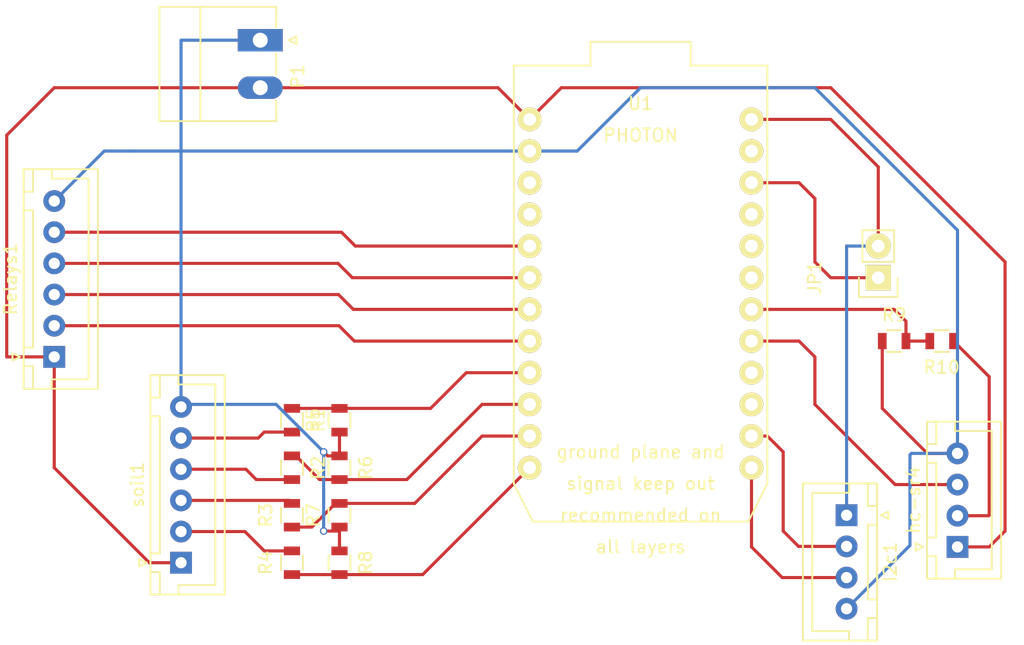
<source format=kicad_pcb>
(kicad_pcb (version 4) (host pcbnew 4.0.2+e4-6225~38~ubuntu14.04.1-stable)

  (general
    (links 39)
    (no_connects 0)
    (area 0 0 0 0)
    (thickness 1.6)
    (drawings 0)
    (tracks 119)
    (zones 0)
    (modules 17)
    (nets 29)
  )

  (page A4)
  (layers
    (0 F.Cu signal)
    (31 B.Cu signal)
    (32 B.Adhes user)
    (33 F.Adhes user)
    (34 B.Paste user)
    (35 F.Paste user)
    (36 B.SilkS user)
    (37 F.SilkS user)
    (38 B.Mask user)
    (39 F.Mask user)
    (40 Dwgs.User user)
    (41 Cmts.User user)
    (42 Eco1.User user)
    (43 Eco2.User user)
    (44 Edge.Cuts user)
    (45 Margin user)
    (46 B.CrtYd user)
    (47 F.CrtYd user)
    (48 B.Fab user)
    (49 F.Fab user)
  )

  (setup
    (last_trace_width 0.25)
    (trace_clearance 0.2)
    (zone_clearance 0.508)
    (zone_45_only yes)
    (trace_min 0.2)
    (segment_width 0.2)
    (edge_width 0.15)
    (via_size 0.6)
    (via_drill 0.4)
    (via_min_size 0.4)
    (via_min_drill 0.3)
    (uvia_size 0.3)
    (uvia_drill 0.1)
    (uvias_allowed no)
    (uvia_min_size 0.2)
    (uvia_min_drill 0.1)
    (pcb_text_width 0.3)
    (pcb_text_size 1.5 1.5)
    (mod_edge_width 0.15)
    (mod_text_size 1 1)
    (mod_text_width 0.15)
    (pad_size 1.524 1.524)
    (pad_drill 0.762)
    (pad_to_mask_clearance 0.2)
    (aux_axis_origin 0 0)
    (visible_elements FFFFFF7F)
    (pcbplotparams
      (layerselection 0x00030_80000001)
      (usegerberextensions false)
      (excludeedgelayer true)
      (linewidth 0.100000)
      (plotframeref false)
      (viasonmask false)
      (mode 1)
      (useauxorigin false)
      (hpglpennumber 1)
      (hpglpenspeed 20)
      (hpglpendiameter 15)
      (hpglpenoverlay 2)
      (psnegative false)
      (psa4output false)
      (plotreference true)
      (plotvalue true)
      (plotinvisibletext false)
      (padsonsilk false)
      (subtractmaskfromsilk false)
      (outputformat 1)
      (mirror false)
      (drillshape 1)
      (scaleselection 1)
      (outputdirectory ""))
  )

  (net 0 "")
  (net 1 +5V)
  (net 2 "Net-(R10-Pad1)")
  (net 3 "Net-(U1-Pad17)")
  (net 4 GND)
  (net 5 +3V3)
  (net 6 "Net-(I2c1-Pad2)")
  (net 7 "Net-(I2c1-Pad3)")
  (net 8 "Net-(JP1-Pad1)")
  (net 9 "Net-(R1-Pad1)")
  (net 10 "Net-(R1-Pad2)")
  (net 11 "Net-(R2-Pad1)")
  (net 12 "Net-(R2-Pad2)")
  (net 13 "Net-(R3-Pad1)")
  (net 14 "Net-(R3-Pad2)")
  (net 15 "Net-(R4-Pad1)")
  (net 16 "Net-(R4-Pad2)")
  (net 17 "Net-(R10-Pad2)")
  (net 18 "Net-(Relays1-Pad2)")
  (net 19 "Net-(Relays1-Pad3)")
  (net 20 "Net-(Relays1-Pad4)")
  (net 21 "Net-(Relays1-Pad5)")
  (net 22 "Net-(U1-Pad3)")
  (net 23 "Net-(U1-Pad4)")
  (net 24 "Net-(U1-Pad20)")
  (net 25 "Net-(U1-Pad19)")
  (net 26 "Net-(U1-Pad16)")
  (net 27 "Net-(U1-Pad15)")
  (net 28 "Net-(U1-Pad23)")

  (net_class Default "This is the default net class."
    (clearance 0.2)
    (trace_width 0.25)
    (via_dia 0.6)
    (via_drill 0.4)
    (uvia_dia 0.3)
    (uvia_drill 0.1)
    (add_net +3V3)
    (add_net +5V)
    (add_net GND)
    (add_net "Net-(I2c1-Pad2)")
    (add_net "Net-(I2c1-Pad3)")
    (add_net "Net-(JP1-Pad1)")
    (add_net "Net-(R1-Pad1)")
    (add_net "Net-(R1-Pad2)")
    (add_net "Net-(R10-Pad1)")
    (add_net "Net-(R10-Pad2)")
    (add_net "Net-(R2-Pad1)")
    (add_net "Net-(R2-Pad2)")
    (add_net "Net-(R3-Pad1)")
    (add_net "Net-(R3-Pad2)")
    (add_net "Net-(R4-Pad1)")
    (add_net "Net-(R4-Pad2)")
    (add_net "Net-(Relays1-Pad2)")
    (add_net "Net-(Relays1-Pad3)")
    (add_net "Net-(Relays1-Pad4)")
    (add_net "Net-(Relays1-Pad5)")
    (add_net "Net-(U1-Pad15)")
    (add_net "Net-(U1-Pad16)")
    (add_net "Net-(U1-Pad17)")
    (add_net "Net-(U1-Pad19)")
    (add_net "Net-(U1-Pad20)")
    (add_net "Net-(U1-Pad23)")
    (add_net "Net-(U1-Pad3)")
    (add_net "Net-(U1-Pad4)")
  )

  (module particle-boards:PHOTON (layer F.Cu) (tedit 560E8B13) (tstamp 579C8DF4)
    (at 121.92 66.04)
    (path /5795A50A)
    (fp_text reference U1 (at 0 -16.51) (layer F.SilkS)
      (effects (font (size 1 1) (thickness 0.15)))
    )
    (fp_text value PHOTON (at 0 -13.97) (layer F.SilkS)
      (effects (font (size 1 1) (thickness 0.15)))
    )
    (fp_text user "all layers" (at 0 19.05) (layer F.SilkS)
      (effects (font (size 1 1) (thickness 0.15)))
    )
    (fp_text user "recommended on" (at 0 16.51) (layer F.SilkS)
      (effects (font (size 1 1) (thickness 0.15)))
    )
    (fp_text user "signal keep out" (at 0 13.97) (layer F.SilkS)
      (effects (font (size 1 1) (thickness 0.15)))
    )
    (fp_text user "ground plane and" (at 0 11.43) (layer F.SilkS)
      (effects (font (size 1 1) (thickness 0.15)))
    )
    (fp_line (start 6.35 21.59) (end 7.62 21.59) (layer Dwgs.User) (width 0.15))
    (fp_line (start 7.62 21.59) (end 7.62 8.89) (layer Dwgs.User) (width 0.15))
    (fp_line (start 7.62 8.89) (end -7.62 8.89) (layer Dwgs.User) (width 0.15))
    (fp_line (start 6.35 21.59) (end -7.62 21.59) (layer Dwgs.User) (width 0.15))
    (fp_line (start -7.62 21.59) (end -7.62 8.89) (layer Dwgs.User) (width 0.15))
    (fp_line (start 10.16 13.97) (end 8.636 17.018) (layer F.SilkS) (width 0.15))
    (fp_line (start -10.16 13.97) (end -8.636 17.018) (layer F.SilkS) (width 0.15))
    (fp_line (start -8.636 17.018) (end 8.636 17.018) (layer F.SilkS) (width 0.15))
    (fp_line (start 10.16 -19.558) (end 10.16 13.97) (layer F.SilkS) (width 0.15))
    (fp_line (start -10.16 -19.558) (end -10.16 13.97) (layer F.SilkS) (width 0.15))
    (fp_line (start 4.0132 -19.558) (end 10.16 -19.558) (layer F.SilkS) (width 0.15))
    (fp_line (start -4.0132 -19.558) (end -10.16 -19.558) (layer F.SilkS) (width 0.15))
    (fp_line (start -4.0132 -21.463) (end -4.0132 -19.558) (layer F.SilkS) (width 0.15))
    (fp_line (start 4.0132 -21.463) (end 4.0132 -19.558) (layer F.SilkS) (width 0.15))
    (fp_line (start -4.0132 -21.463) (end 4.0132 -21.463) (layer F.SilkS) (width 0.15))
    (pad 1 thru_hole circle (at -8.89 -15.24) (size 1.9 1.9) (drill 1.02) (layers *.Cu *.Mask F.SilkS)
      (net 1 +5V))
    (pad 2 thru_hole circle (at -8.89 -12.7) (size 1.9 1.9) (drill 1.02) (layers *.Cu *.Mask F.SilkS)
      (net 4 GND))
    (pad 3 thru_hole circle (at -8.89 -10.16) (size 1.9 1.9) (drill 1.02) (layers *.Cu *.Mask F.SilkS)
      (net 22 "Net-(U1-Pad3)"))
    (pad 4 thru_hole circle (at -8.89 -7.62) (size 1.9 1.9) (drill 1.02) (layers *.Cu *.Mask F.SilkS)
      (net 23 "Net-(U1-Pad4)"))
    (pad 5 thru_hole circle (at -8.89 -5.08) (size 1.9 1.9) (drill 1.02) (layers *.Cu *.Mask F.SilkS)
      (net 21 "Net-(Relays1-Pad5)"))
    (pad 6 thru_hole circle (at -8.89 -2.54) (size 1.9 1.9) (drill 1.02) (layers *.Cu *.Mask F.SilkS)
      (net 20 "Net-(Relays1-Pad4)"))
    (pad 7 thru_hole circle (at -8.89 0) (size 1.9 1.9) (drill 1.02) (layers *.Cu *.Mask F.SilkS)
      (net 19 "Net-(Relays1-Pad3)"))
    (pad 8 thru_hole circle (at -8.89 2.54) (size 1.9 1.9) (drill 1.02) (layers *.Cu *.Mask F.SilkS)
      (net 18 "Net-(Relays1-Pad2)"))
    (pad 9 thru_hole circle (at -8.89 5.08) (size 1.9 1.9) (drill 1.02) (layers *.Cu *.Mask F.SilkS)
      (net 9 "Net-(R1-Pad1)"))
    (pad 10 thru_hole circle (at -8.89 7.62) (size 1.9 1.9) (drill 1.02) (layers *.Cu *.Mask F.SilkS)
      (net 11 "Net-(R2-Pad1)"))
    (pad 11 thru_hole circle (at -8.89 10.16) (size 1.9 1.9) (drill 1.02) (layers *.Cu *.Mask F.SilkS)
      (net 13 "Net-(R3-Pad1)"))
    (pad 12 thru_hole circle (at -8.89 12.7) (size 1.9 1.9) (drill 1.02) (layers *.Cu *.Mask F.SilkS)
      (net 15 "Net-(R4-Pad1)"))
    (pad 24 thru_hole circle (at 8.89 -15.24) (size 1.9 1.9) (drill 1.02) (layers *.Cu *.Mask F.SilkS)
      (net 5 +3V3))
    (pad 23 thru_hole circle (at 8.89 -12.7) (size 1.9 1.9) (drill 1.02) (layers *.Cu *.Mask F.SilkS)
      (net 28 "Net-(U1-Pad23)"))
    (pad 22 thru_hole circle (at 8.89 -10.16) (size 1.9 1.9) (drill 1.02) (layers *.Cu *.Mask F.SilkS)
      (net 8 "Net-(JP1-Pad1)"))
    (pad 21 thru_hole circle (at 8.89 -7.62) (size 1.9 1.9) (drill 1.02) (layers *.Cu *.Mask F.SilkS))
    (pad 20 thru_hole circle (at 8.89 -5.08) (size 1.9 1.9) (drill 1.02) (layers *.Cu *.Mask F.SilkS)
      (net 24 "Net-(U1-Pad20)"))
    (pad 19 thru_hole circle (at 8.89 -2.54) (size 1.9 1.9) (drill 1.02) (layers *.Cu *.Mask F.SilkS)
      (net 25 "Net-(U1-Pad19)"))
    (pad 18 thru_hole circle (at 8.89 0) (size 1.9 1.9) (drill 1.02) (layers *.Cu *.Mask F.SilkS)
      (net 17 "Net-(R10-Pad2)"))
    (pad 17 thru_hole circle (at 8.89 2.54) (size 1.9 1.9) (drill 1.02) (layers *.Cu *.Mask F.SilkS)
      (net 3 "Net-(U1-Pad17)"))
    (pad 16 thru_hole circle (at 8.89 5.08) (size 1.9 1.9) (drill 1.02) (layers *.Cu *.Mask F.SilkS)
      (net 26 "Net-(U1-Pad16)"))
    (pad 15 thru_hole circle (at 8.89 7.62) (size 1.9 1.9) (drill 1.02) (layers *.Cu *.Mask F.SilkS)
      (net 27 "Net-(U1-Pad15)"))
    (pad 14 thru_hole circle (at 8.89 10.16) (size 1.9 1.9) (drill 1.02) (layers *.Cu *.Mask F.SilkS)
      (net 6 "Net-(I2c1-Pad2)"))
    (pad 13 thru_hole circle (at 8.89 12.7) (size 1.9 1.9) (drill 1.02) (layers *.Cu *.Mask F.SilkS)
      (net 7 "Net-(I2c1-Pad3)"))
  )

  (module Connectors_JST:JST_XH_B04B-XH-A_04x2.50mm_Straight (layer F.Cu) (tedit 56F0715A) (tstamp 579C8CB5)
    (at 147.32 85.09 90)
    (descr "JST XH series connector, B04B-XH-A, top entry type, through hole")
    (tags "connector jst xh tht top vertical 2.50mm")
    (path /5795AA6A)
    (fp_text reference hc-sr4 (at 3.75 -3.5 90) (layer F.SilkS)
      (effects (font (size 1 1) (thickness 0.15)))
    )
    (fp_text value CONN_01X04 (at 3.75 4.5 90) (layer F.Fab)
      (effects (font (size 1 1) (thickness 0.15)))
    )
    (fp_line (start -2.95 -2.85) (end -2.95 3.9) (layer F.CrtYd) (width 0.05))
    (fp_line (start -2.95 3.9) (end 10.4 3.9) (layer F.CrtYd) (width 0.05))
    (fp_line (start 10.4 3.9) (end 10.4 -2.85) (layer F.CrtYd) (width 0.05))
    (fp_line (start 10.4 -2.85) (end -2.95 -2.85) (layer F.CrtYd) (width 0.05))
    (fp_line (start -2.55 -2.45) (end -2.55 3.5) (layer F.SilkS) (width 0.15))
    (fp_line (start -2.55 3.5) (end 10.05 3.5) (layer F.SilkS) (width 0.15))
    (fp_line (start 10.05 3.5) (end 10.05 -2.45) (layer F.SilkS) (width 0.15))
    (fp_line (start 10.05 -2.45) (end -2.55 -2.45) (layer F.SilkS) (width 0.15))
    (fp_line (start 0.75 -2.45) (end 0.75 -1.7) (layer F.SilkS) (width 0.15))
    (fp_line (start 0.75 -1.7) (end 6.75 -1.7) (layer F.SilkS) (width 0.15))
    (fp_line (start 6.75 -1.7) (end 6.75 -2.45) (layer F.SilkS) (width 0.15))
    (fp_line (start 6.75 -2.45) (end 0.75 -2.45) (layer F.SilkS) (width 0.15))
    (fp_line (start -2.55 -2.45) (end -2.55 -1.7) (layer F.SilkS) (width 0.15))
    (fp_line (start -2.55 -1.7) (end -0.75 -1.7) (layer F.SilkS) (width 0.15))
    (fp_line (start -0.75 -1.7) (end -0.75 -2.45) (layer F.SilkS) (width 0.15))
    (fp_line (start -0.75 -2.45) (end -2.55 -2.45) (layer F.SilkS) (width 0.15))
    (fp_line (start 8.25 -2.45) (end 8.25 -1.7) (layer F.SilkS) (width 0.15))
    (fp_line (start 8.25 -1.7) (end 10.05 -1.7) (layer F.SilkS) (width 0.15))
    (fp_line (start 10.05 -1.7) (end 10.05 -2.45) (layer F.SilkS) (width 0.15))
    (fp_line (start 10.05 -2.45) (end 8.25 -2.45) (layer F.SilkS) (width 0.15))
    (fp_line (start -2.55 -0.2) (end -1.8 -0.2) (layer F.SilkS) (width 0.15))
    (fp_line (start -1.8 -0.2) (end -1.8 2.75) (layer F.SilkS) (width 0.15))
    (fp_line (start -1.8 2.75) (end 3.75 2.75) (layer F.SilkS) (width 0.15))
    (fp_line (start 10.05 -0.2) (end 9.3 -0.2) (layer F.SilkS) (width 0.15))
    (fp_line (start 9.3 -0.2) (end 9.3 2.75) (layer F.SilkS) (width 0.15))
    (fp_line (start 9.3 2.75) (end 3.75 2.75) (layer F.SilkS) (width 0.15))
    (fp_line (start 0 -2.75) (end -0.3 -3.35) (layer F.SilkS) (width 0.15))
    (fp_line (start -0.3 -3.35) (end 0.3 -3.35) (layer F.SilkS) (width 0.15))
    (fp_line (start 0.3 -3.35) (end 0 -2.75) (layer F.SilkS) (width 0.15))
    (pad 1 thru_hole rect (at 0 0 90) (size 1.75 1.75) (drill 0.9) (layers *.Cu *.Mask)
      (net 1 +5V))
    (pad 2 thru_hole circle (at 2.5 0 90) (size 1.75 1.75) (drill 0.9) (layers *.Cu *.Mask)
      (net 2 "Net-(R10-Pad1)"))
    (pad 3 thru_hole circle (at 5 0 90) (size 1.75 1.75) (drill 0.9) (layers *.Cu *.Mask)
      (net 3 "Net-(U1-Pad17)"))
    (pad 4 thru_hole circle (at 7.5 0 90) (size 1.75 1.75) (drill 0.9) (layers *.Cu *.Mask)
      (net 4 GND))
    (model Connectors_JST.3dshapes/JST_XH_B04B-XH-A_04x2.50mm_Straight.wrl
      (at (xyz 0 0 0))
      (scale (xyz 1 1 1))
      (rotate (xyz 0 0 0))
    )
  )

  (module Connectors_JST:JST_XH_B04B-XH-A_04x2.50mm_Straight (layer F.Cu) (tedit 56F0715A) (tstamp 579C8CDA)
    (at 138.43 82.55 270)
    (descr "JST XH series connector, B04B-XH-A, top entry type, through hole")
    (tags "connector jst xh tht top vertical 2.50mm")
    (path /5795AAED)
    (fp_text reference I2c1 (at 3.75 -3.5 270) (layer F.SilkS)
      (effects (font (size 1 1) (thickness 0.15)))
    )
    (fp_text value CONN_01X04 (at 3.75 4.5 270) (layer F.Fab)
      (effects (font (size 1 1) (thickness 0.15)))
    )
    (fp_line (start -2.95 -2.85) (end -2.95 3.9) (layer F.CrtYd) (width 0.05))
    (fp_line (start -2.95 3.9) (end 10.4 3.9) (layer F.CrtYd) (width 0.05))
    (fp_line (start 10.4 3.9) (end 10.4 -2.85) (layer F.CrtYd) (width 0.05))
    (fp_line (start 10.4 -2.85) (end -2.95 -2.85) (layer F.CrtYd) (width 0.05))
    (fp_line (start -2.55 -2.45) (end -2.55 3.5) (layer F.SilkS) (width 0.15))
    (fp_line (start -2.55 3.5) (end 10.05 3.5) (layer F.SilkS) (width 0.15))
    (fp_line (start 10.05 3.5) (end 10.05 -2.45) (layer F.SilkS) (width 0.15))
    (fp_line (start 10.05 -2.45) (end -2.55 -2.45) (layer F.SilkS) (width 0.15))
    (fp_line (start 0.75 -2.45) (end 0.75 -1.7) (layer F.SilkS) (width 0.15))
    (fp_line (start 0.75 -1.7) (end 6.75 -1.7) (layer F.SilkS) (width 0.15))
    (fp_line (start 6.75 -1.7) (end 6.75 -2.45) (layer F.SilkS) (width 0.15))
    (fp_line (start 6.75 -2.45) (end 0.75 -2.45) (layer F.SilkS) (width 0.15))
    (fp_line (start -2.55 -2.45) (end -2.55 -1.7) (layer F.SilkS) (width 0.15))
    (fp_line (start -2.55 -1.7) (end -0.75 -1.7) (layer F.SilkS) (width 0.15))
    (fp_line (start -0.75 -1.7) (end -0.75 -2.45) (layer F.SilkS) (width 0.15))
    (fp_line (start -0.75 -2.45) (end -2.55 -2.45) (layer F.SilkS) (width 0.15))
    (fp_line (start 8.25 -2.45) (end 8.25 -1.7) (layer F.SilkS) (width 0.15))
    (fp_line (start 8.25 -1.7) (end 10.05 -1.7) (layer F.SilkS) (width 0.15))
    (fp_line (start 10.05 -1.7) (end 10.05 -2.45) (layer F.SilkS) (width 0.15))
    (fp_line (start 10.05 -2.45) (end 8.25 -2.45) (layer F.SilkS) (width 0.15))
    (fp_line (start -2.55 -0.2) (end -1.8 -0.2) (layer F.SilkS) (width 0.15))
    (fp_line (start -1.8 -0.2) (end -1.8 2.75) (layer F.SilkS) (width 0.15))
    (fp_line (start -1.8 2.75) (end 3.75 2.75) (layer F.SilkS) (width 0.15))
    (fp_line (start 10.05 -0.2) (end 9.3 -0.2) (layer F.SilkS) (width 0.15))
    (fp_line (start 9.3 -0.2) (end 9.3 2.75) (layer F.SilkS) (width 0.15))
    (fp_line (start 9.3 2.75) (end 3.75 2.75) (layer F.SilkS) (width 0.15))
    (fp_line (start 0 -2.75) (end -0.3 -3.35) (layer F.SilkS) (width 0.15))
    (fp_line (start -0.3 -3.35) (end 0.3 -3.35) (layer F.SilkS) (width 0.15))
    (fp_line (start 0.3 -3.35) (end 0 -2.75) (layer F.SilkS) (width 0.15))
    (pad 1 thru_hole rect (at 0 0 270) (size 1.75 1.75) (drill 0.9) (layers *.Cu *.Mask)
      (net 5 +3V3))
    (pad 2 thru_hole circle (at 2.5 0 270) (size 1.75 1.75) (drill 0.9) (layers *.Cu *.Mask)
      (net 6 "Net-(I2c1-Pad2)"))
    (pad 3 thru_hole circle (at 5 0 270) (size 1.75 1.75) (drill 0.9) (layers *.Cu *.Mask)
      (net 7 "Net-(I2c1-Pad3)"))
    (pad 4 thru_hole circle (at 7.5 0 270) (size 1.75 1.75) (drill 0.9) (layers *.Cu *.Mask)
      (net 4 GND))
    (model Connectors_JST.3dshapes/JST_XH_B04B-XH-A_04x2.50mm_Straight.wrl
      (at (xyz 0 0 0))
      (scale (xyz 1 1 1))
      (rotate (xyz 0 0 0))
    )
  )

  (module Socket_Strips:Socket_Strip_Straight_1x02 (layer F.Cu) (tedit 54E9F75E) (tstamp 579C8CEB)
    (at 140.97 63.5 90)
    (descr "Through hole socket strip")
    (tags "socket strip")
    (path /5795B340)
    (fp_text reference JP1 (at 0 -5.1 90) (layer F.SilkS)
      (effects (font (size 1 1) (thickness 0.15)))
    )
    (fp_text value CONN_01X02 (at 0 -3.1 90) (layer F.Fab)
      (effects (font (size 1 1) (thickness 0.15)))
    )
    (fp_line (start -1.55 1.55) (end 0 1.55) (layer F.SilkS) (width 0.15))
    (fp_line (start 3.81 1.27) (end 1.27 1.27) (layer F.SilkS) (width 0.15))
    (fp_line (start -1.75 -1.75) (end -1.75 1.75) (layer F.CrtYd) (width 0.05))
    (fp_line (start 4.3 -1.75) (end 4.3 1.75) (layer F.CrtYd) (width 0.05))
    (fp_line (start -1.75 -1.75) (end 4.3 -1.75) (layer F.CrtYd) (width 0.05))
    (fp_line (start -1.75 1.75) (end 4.3 1.75) (layer F.CrtYd) (width 0.05))
    (fp_line (start 1.27 1.27) (end 1.27 -1.27) (layer F.SilkS) (width 0.15))
    (fp_line (start 0 -1.55) (end -1.55 -1.55) (layer F.SilkS) (width 0.15))
    (fp_line (start -1.55 -1.55) (end -1.55 1.55) (layer F.SilkS) (width 0.15))
    (fp_line (start 1.27 -1.27) (end 3.81 -1.27) (layer F.SilkS) (width 0.15))
    (fp_line (start 3.81 -1.27) (end 3.81 1.27) (layer F.SilkS) (width 0.15))
    (pad 1 thru_hole rect (at 0 0 90) (size 2.032 2.032) (drill 1.016) (layers *.Cu *.Mask F.SilkS)
      (net 8 "Net-(JP1-Pad1)"))
    (pad 2 thru_hole oval (at 2.54 0 90) (size 2.032 2.032) (drill 1.016) (layers *.Cu *.Mask F.SilkS)
      (net 5 +3V3))
    (model Socket_Strips.3dshapes/Socket_Strip_Straight_1x02.wrl
      (at (xyz 0.05 0 0))
      (scale (xyz 1 1 1))
      (rotate (xyz 0 0 180))
    )
  )

  (module Connectors_Phoenix:PhoenixContact_MC-G_02x3.81mm_Angled (layer F.Cu) (tedit 578DFF15) (tstamp 579C8CFF)
    (at 91.44 44.45 270)
    (descr "Generic Phoenix Contact connector footprint for series: MC-G; number of pins: 02; pin pitch: 3.81mm; Angled || order number: 1803277 8A 160V")
    (tags "phoenix_contact MC_01x02_G_3.81mm")
    (path /5795CD95)
    (fp_text reference P1 (at 2.905 -3 270) (layer F.SilkS)
      (effects (font (size 1 1) (thickness 0.15)))
    )
    (fp_text value CONN_01X02 (at 1.905 9.5 270) (layer F.Fab)
      (effects (font (size 1 1) (thickness 0.15)))
    )
    (fp_line (start -2.68 -1.28) (end -2.68 8.08) (layer F.SilkS) (width 0.15))
    (fp_line (start -2.68 8.08) (end 6.49 8.08) (layer F.SilkS) (width 0.15))
    (fp_line (start 6.49 8.08) (end 6.49 -1.28) (layer F.SilkS) (width 0.15))
    (fp_line (start -2.68 -1.28) (end -1.05 -1.28) (layer F.SilkS) (width 0.15))
    (fp_line (start 6.49 -1.28) (end 4.86 -1.28) (layer F.SilkS) (width 0.15))
    (fp_line (start 1.05 -1.28) (end 2.76 -1.28) (layer F.SilkS) (width 0.15))
    (fp_line (start -2.68 4.8) (end 6.49 4.8) (layer F.SilkS) (width 0.15))
    (fp_line (start -3.2 -2.3) (end -3.2 8.5) (layer F.CrtYd) (width 0.05))
    (fp_line (start -3.2 8.5) (end 6.9 8.5) (layer F.CrtYd) (width 0.05))
    (fp_line (start 6.9 8.5) (end 6.9 -2.3) (layer F.CrtYd) (width 0.05))
    (fp_line (start 6.9 -2.3) (end -3.2 -2.3) (layer F.CrtYd) (width 0.05))
    (fp_line (start 0 -2.3) (end 0.3 -2.9) (layer F.SilkS) (width 0.15))
    (fp_line (start 0.3 -2.9) (end -0.3 -2.9) (layer F.SilkS) (width 0.15))
    (fp_line (start -0.3 -2.9) (end 0 -2.3) (layer F.SilkS) (width 0.15))
    (pad 1 thru_hole rect (at 0 0 270) (size 1.8 3.6) (drill 1.2) (layers *.Cu *.Mask)
      (net 4 GND))
    (pad 2 thru_hole oval (at 3.81 0 270) (size 1.8 3.6) (drill 1.2) (layers *.Cu *.Mask)
      (net 1 +5V))
    (model Connectors_Phoenix.3dshapes/PhoenixContact_MC-G_02x3.81mm_Angled.wrl
      (at (xyz 0 0 0))
      (scale (xyz 1 1 1))
      (rotate (xyz 0 0 0))
    )
  )

  (module Resistors_SMD:R_0805 (layer F.Cu) (tedit 5415CDEB) (tstamp 579C8D0B)
    (at 93.98 74.93 270)
    (descr "Resistor SMD 0805, reflow soldering, Vishay (see dcrcw.pdf)")
    (tags "resistor 0805")
    (path /5795B928)
    (attr smd)
    (fp_text reference R1 (at 0 -2.1 270) (layer F.SilkS)
      (effects (font (size 1 1) (thickness 0.15)))
    )
    (fp_text value R (at 0 2.1 270) (layer F.Fab)
      (effects (font (size 1 1) (thickness 0.15)))
    )
    (fp_line (start -1.6 -1) (end 1.6 -1) (layer F.CrtYd) (width 0.05))
    (fp_line (start -1.6 1) (end 1.6 1) (layer F.CrtYd) (width 0.05))
    (fp_line (start -1.6 -1) (end -1.6 1) (layer F.CrtYd) (width 0.05))
    (fp_line (start 1.6 -1) (end 1.6 1) (layer F.CrtYd) (width 0.05))
    (fp_line (start 0.6 0.875) (end -0.6 0.875) (layer F.SilkS) (width 0.15))
    (fp_line (start -0.6 -0.875) (end 0.6 -0.875) (layer F.SilkS) (width 0.15))
    (pad 1 smd rect (at -0.95 0 270) (size 0.7 1.3) (layers F.Cu F.Paste F.Mask)
      (net 9 "Net-(R1-Pad1)"))
    (pad 2 smd rect (at 0.95 0 270) (size 0.7 1.3) (layers F.Cu F.Paste F.Mask)
      (net 10 "Net-(R1-Pad2)"))
    (model Resistors_SMD.3dshapes/R_0805.wrl
      (at (xyz 0 0 0))
      (scale (xyz 1 1 1))
      (rotate (xyz 0 0 0))
    )
  )

  (module Resistors_SMD:R_0805 (layer F.Cu) (tedit 5415CDEB) (tstamp 579C8D17)
    (at 93.98 78.74 270)
    (descr "Resistor SMD 0805, reflow soldering, Vishay (see dcrcw.pdf)")
    (tags "resistor 0805")
    (path /5795B8FD)
    (attr smd)
    (fp_text reference R2 (at 0 -2.1 270) (layer F.SilkS)
      (effects (font (size 1 1) (thickness 0.15)))
    )
    (fp_text value R (at 0 2.1 270) (layer F.Fab)
      (effects (font (size 1 1) (thickness 0.15)))
    )
    (fp_line (start -1.6 -1) (end 1.6 -1) (layer F.CrtYd) (width 0.05))
    (fp_line (start -1.6 1) (end 1.6 1) (layer F.CrtYd) (width 0.05))
    (fp_line (start -1.6 -1) (end -1.6 1) (layer F.CrtYd) (width 0.05))
    (fp_line (start 1.6 -1) (end 1.6 1) (layer F.CrtYd) (width 0.05))
    (fp_line (start 0.6 0.875) (end -0.6 0.875) (layer F.SilkS) (width 0.15))
    (fp_line (start -0.6 -0.875) (end 0.6 -0.875) (layer F.SilkS) (width 0.15))
    (pad 1 smd rect (at -0.95 0 270) (size 0.7 1.3) (layers F.Cu F.Paste F.Mask)
      (net 11 "Net-(R2-Pad1)"))
    (pad 2 smd rect (at 0.95 0 270) (size 0.7 1.3) (layers F.Cu F.Paste F.Mask)
      (net 12 "Net-(R2-Pad2)"))
    (model Resistors_SMD.3dshapes/R_0805.wrl
      (at (xyz 0 0 0))
      (scale (xyz 1 1 1))
      (rotate (xyz 0 0 0))
    )
  )

  (module Resistors_SMD:R_0805 (layer F.Cu) (tedit 5415CDEB) (tstamp 579C8D23)
    (at 93.98 82.55 90)
    (descr "Resistor SMD 0805, reflow soldering, Vishay (see dcrcw.pdf)")
    (tags "resistor 0805")
    (path /5795B6F3)
    (attr smd)
    (fp_text reference R3 (at 0 -2.1 90) (layer F.SilkS)
      (effects (font (size 1 1) (thickness 0.15)))
    )
    (fp_text value R (at 0 2.1 90) (layer F.Fab)
      (effects (font (size 1 1) (thickness 0.15)))
    )
    (fp_line (start -1.6 -1) (end 1.6 -1) (layer F.CrtYd) (width 0.05))
    (fp_line (start -1.6 1) (end 1.6 1) (layer F.CrtYd) (width 0.05))
    (fp_line (start -1.6 -1) (end -1.6 1) (layer F.CrtYd) (width 0.05))
    (fp_line (start 1.6 -1) (end 1.6 1) (layer F.CrtYd) (width 0.05))
    (fp_line (start 0.6 0.875) (end -0.6 0.875) (layer F.SilkS) (width 0.15))
    (fp_line (start -0.6 -0.875) (end 0.6 -0.875) (layer F.SilkS) (width 0.15))
    (pad 1 smd rect (at -0.95 0 90) (size 0.7 1.3) (layers F.Cu F.Paste F.Mask)
      (net 13 "Net-(R3-Pad1)"))
    (pad 2 smd rect (at 0.95 0 90) (size 0.7 1.3) (layers F.Cu F.Paste F.Mask)
      (net 14 "Net-(R3-Pad2)"))
    (model Resistors_SMD.3dshapes/R_0805.wrl
      (at (xyz 0 0 0))
      (scale (xyz 1 1 1))
      (rotate (xyz 0 0 0))
    )
  )

  (module Resistors_SMD:R_0805 (layer F.Cu) (tedit 5415CDEB) (tstamp 579C8D2F)
    (at 93.98 86.36 90)
    (descr "Resistor SMD 0805, reflow soldering, Vishay (see dcrcw.pdf)")
    (tags "resistor 0805")
    (path /5795B975)
    (attr smd)
    (fp_text reference R4 (at 0 -2.1 90) (layer F.SilkS)
      (effects (font (size 1 1) (thickness 0.15)))
    )
    (fp_text value R (at 0 2.1 90) (layer F.Fab)
      (effects (font (size 1 1) (thickness 0.15)))
    )
    (fp_line (start -1.6 -1) (end 1.6 -1) (layer F.CrtYd) (width 0.05))
    (fp_line (start -1.6 1) (end 1.6 1) (layer F.CrtYd) (width 0.05))
    (fp_line (start -1.6 -1) (end -1.6 1) (layer F.CrtYd) (width 0.05))
    (fp_line (start 1.6 -1) (end 1.6 1) (layer F.CrtYd) (width 0.05))
    (fp_line (start 0.6 0.875) (end -0.6 0.875) (layer F.SilkS) (width 0.15))
    (fp_line (start -0.6 -0.875) (end 0.6 -0.875) (layer F.SilkS) (width 0.15))
    (pad 1 smd rect (at -0.95 0 90) (size 0.7 1.3) (layers F.Cu F.Paste F.Mask)
      (net 15 "Net-(R4-Pad1)"))
    (pad 2 smd rect (at 0.95 0 90) (size 0.7 1.3) (layers F.Cu F.Paste F.Mask)
      (net 16 "Net-(R4-Pad2)"))
    (model Resistors_SMD.3dshapes/R_0805.wrl
      (at (xyz 0 0 0))
      (scale (xyz 1 1 1))
      (rotate (xyz 0 0 0))
    )
  )

  (module Resistors_SMD:R_0805 (layer F.Cu) (tedit 5415CDEB) (tstamp 579C8D3B)
    (at 97.79 74.93 90)
    (descr "Resistor SMD 0805, reflow soldering, Vishay (see dcrcw.pdf)")
    (tags "resistor 0805")
    (path /5795BA4C)
    (attr smd)
    (fp_text reference R5 (at 0 -2.1 90) (layer F.SilkS)
      (effects (font (size 1 1) (thickness 0.15)))
    )
    (fp_text value R (at 0 2.1 90) (layer F.Fab)
      (effects (font (size 1 1) (thickness 0.15)))
    )
    (fp_line (start -1.6 -1) (end 1.6 -1) (layer F.CrtYd) (width 0.05))
    (fp_line (start -1.6 1) (end 1.6 1) (layer F.CrtYd) (width 0.05))
    (fp_line (start -1.6 -1) (end -1.6 1) (layer F.CrtYd) (width 0.05))
    (fp_line (start 1.6 -1) (end 1.6 1) (layer F.CrtYd) (width 0.05))
    (fp_line (start 0.6 0.875) (end -0.6 0.875) (layer F.SilkS) (width 0.15))
    (fp_line (start -0.6 -0.875) (end 0.6 -0.875) (layer F.SilkS) (width 0.15))
    (pad 1 smd rect (at -0.95 0 90) (size 0.7 1.3) (layers F.Cu F.Paste F.Mask)
      (net 4 GND))
    (pad 2 smd rect (at 0.95 0 90) (size 0.7 1.3) (layers F.Cu F.Paste F.Mask)
      (net 9 "Net-(R1-Pad1)"))
    (model Resistors_SMD.3dshapes/R_0805.wrl
      (at (xyz 0 0 0))
      (scale (xyz 1 1 1))
      (rotate (xyz 0 0 0))
    )
  )

  (module Resistors_SMD:R_0805 (layer F.Cu) (tedit 5415CDEB) (tstamp 579C8D47)
    (at 97.79 78.74 270)
    (descr "Resistor SMD 0805, reflow soldering, Vishay (see dcrcw.pdf)")
    (tags "resistor 0805")
    (path /5795BAB5)
    (attr smd)
    (fp_text reference R6 (at 0 -2.1 270) (layer F.SilkS)
      (effects (font (size 1 1) (thickness 0.15)))
    )
    (fp_text value R (at 0 2.1 270) (layer F.Fab)
      (effects (font (size 1 1) (thickness 0.15)))
    )
    (fp_line (start -1.6 -1) (end 1.6 -1) (layer F.CrtYd) (width 0.05))
    (fp_line (start -1.6 1) (end 1.6 1) (layer F.CrtYd) (width 0.05))
    (fp_line (start -1.6 -1) (end -1.6 1) (layer F.CrtYd) (width 0.05))
    (fp_line (start 1.6 -1) (end 1.6 1) (layer F.CrtYd) (width 0.05))
    (fp_line (start 0.6 0.875) (end -0.6 0.875) (layer F.SilkS) (width 0.15))
    (fp_line (start -0.6 -0.875) (end 0.6 -0.875) (layer F.SilkS) (width 0.15))
    (pad 1 smd rect (at -0.95 0 270) (size 0.7 1.3) (layers F.Cu F.Paste F.Mask)
      (net 4 GND))
    (pad 2 smd rect (at 0.95 0 270) (size 0.7 1.3) (layers F.Cu F.Paste F.Mask)
      (net 11 "Net-(R2-Pad1)"))
    (model Resistors_SMD.3dshapes/R_0805.wrl
      (at (xyz 0 0 0))
      (scale (xyz 1 1 1))
      (rotate (xyz 0 0 0))
    )
  )

  (module Resistors_SMD:R_0805 (layer F.Cu) (tedit 5415CDEB) (tstamp 579C8D53)
    (at 97.79 82.55 90)
    (descr "Resistor SMD 0805, reflow soldering, Vishay (see dcrcw.pdf)")
    (tags "resistor 0805")
    (path /5795BA13)
    (attr smd)
    (fp_text reference R7 (at 0 -2.1 90) (layer F.SilkS)
      (effects (font (size 1 1) (thickness 0.15)))
    )
    (fp_text value R (at 0 2.1 90) (layer F.Fab)
      (effects (font (size 1 1) (thickness 0.15)))
    )
    (fp_line (start -1.6 -1) (end 1.6 -1) (layer F.CrtYd) (width 0.05))
    (fp_line (start -1.6 1) (end 1.6 1) (layer F.CrtYd) (width 0.05))
    (fp_line (start -1.6 -1) (end -1.6 1) (layer F.CrtYd) (width 0.05))
    (fp_line (start 1.6 -1) (end 1.6 1) (layer F.CrtYd) (width 0.05))
    (fp_line (start 0.6 0.875) (end -0.6 0.875) (layer F.SilkS) (width 0.15))
    (fp_line (start -0.6 -0.875) (end 0.6 -0.875) (layer F.SilkS) (width 0.15))
    (pad 1 smd rect (at -0.95 0 90) (size 0.7 1.3) (layers F.Cu F.Paste F.Mask)
      (net 4 GND))
    (pad 2 smd rect (at 0.95 0 90) (size 0.7 1.3) (layers F.Cu F.Paste F.Mask)
      (net 13 "Net-(R3-Pad1)"))
    (model Resistors_SMD.3dshapes/R_0805.wrl
      (at (xyz 0 0 0))
      (scale (xyz 1 1 1))
      (rotate (xyz 0 0 0))
    )
  )

  (module Resistors_SMD:R_0805 (layer F.Cu) (tedit 5415CDEB) (tstamp 579C8D5F)
    (at 97.79 86.36 270)
    (descr "Resistor SMD 0805, reflow soldering, Vishay (see dcrcw.pdf)")
    (tags "resistor 0805")
    (path /5795B9C2)
    (attr smd)
    (fp_text reference R8 (at 0 -2.1 270) (layer F.SilkS)
      (effects (font (size 1 1) (thickness 0.15)))
    )
    (fp_text value R (at 0 2.1 270) (layer F.Fab)
      (effects (font (size 1 1) (thickness 0.15)))
    )
    (fp_line (start -1.6 -1) (end 1.6 -1) (layer F.CrtYd) (width 0.05))
    (fp_line (start -1.6 1) (end 1.6 1) (layer F.CrtYd) (width 0.05))
    (fp_line (start -1.6 -1) (end -1.6 1) (layer F.CrtYd) (width 0.05))
    (fp_line (start 1.6 -1) (end 1.6 1) (layer F.CrtYd) (width 0.05))
    (fp_line (start 0.6 0.875) (end -0.6 0.875) (layer F.SilkS) (width 0.15))
    (fp_line (start -0.6 -0.875) (end 0.6 -0.875) (layer F.SilkS) (width 0.15))
    (pad 1 smd rect (at -0.95 0 270) (size 0.7 1.3) (layers F.Cu F.Paste F.Mask)
      (net 4 GND))
    (pad 2 smd rect (at 0.95 0 270) (size 0.7 1.3) (layers F.Cu F.Paste F.Mask)
      (net 15 "Net-(R4-Pad1)"))
    (model Resistors_SMD.3dshapes/R_0805.wrl
      (at (xyz 0 0 0))
      (scale (xyz 1 1 1))
      (rotate (xyz 0 0 0))
    )
  )

  (module Resistors_SMD:R_0805 (layer F.Cu) (tedit 5415CDEB) (tstamp 579C8D6B)
    (at 142.24 68.58)
    (descr "Resistor SMD 0805, reflow soldering, Vishay (see dcrcw.pdf)")
    (tags "resistor 0805")
    (path /5795C81D)
    (attr smd)
    (fp_text reference R9 (at 0 -2.1) (layer F.SilkS)
      (effects (font (size 1 1) (thickness 0.15)))
    )
    (fp_text value R (at 0 2.1) (layer F.Fab)
      (effects (font (size 1 1) (thickness 0.15)))
    )
    (fp_line (start -1.6 -1) (end 1.6 -1) (layer F.CrtYd) (width 0.05))
    (fp_line (start -1.6 1) (end 1.6 1) (layer F.CrtYd) (width 0.05))
    (fp_line (start -1.6 -1) (end -1.6 1) (layer F.CrtYd) (width 0.05))
    (fp_line (start 1.6 -1) (end 1.6 1) (layer F.CrtYd) (width 0.05))
    (fp_line (start 0.6 0.875) (end -0.6 0.875) (layer F.SilkS) (width 0.15))
    (fp_line (start -0.6 -0.875) (end 0.6 -0.875) (layer F.SilkS) (width 0.15))
    (pad 1 smd rect (at -0.95 0) (size 0.7 1.3) (layers F.Cu F.Paste F.Mask)
      (net 4 GND))
    (pad 2 smd rect (at 0.95 0) (size 0.7 1.3) (layers F.Cu F.Paste F.Mask)
      (net 17 "Net-(R10-Pad2)"))
    (model Resistors_SMD.3dshapes/R_0805.wrl
      (at (xyz 0 0 0))
      (scale (xyz 1 1 1))
      (rotate (xyz 0 0 0))
    )
  )

  (module Resistors_SMD:R_0805 (layer F.Cu) (tedit 5415CDEB) (tstamp 579C8D77)
    (at 146.05 68.58 180)
    (descr "Resistor SMD 0805, reflow soldering, Vishay (see dcrcw.pdf)")
    (tags "resistor 0805")
    (path /5795C8B4)
    (attr smd)
    (fp_text reference R10 (at 0 -2.1 180) (layer F.SilkS)
      (effects (font (size 1 1) (thickness 0.15)))
    )
    (fp_text value R (at 0 2.1 180) (layer F.Fab)
      (effects (font (size 1 1) (thickness 0.15)))
    )
    (fp_line (start -1.6 -1) (end 1.6 -1) (layer F.CrtYd) (width 0.05))
    (fp_line (start -1.6 1) (end 1.6 1) (layer F.CrtYd) (width 0.05))
    (fp_line (start -1.6 -1) (end -1.6 1) (layer F.CrtYd) (width 0.05))
    (fp_line (start 1.6 -1) (end 1.6 1) (layer F.CrtYd) (width 0.05))
    (fp_line (start 0.6 0.875) (end -0.6 0.875) (layer F.SilkS) (width 0.15))
    (fp_line (start -0.6 -0.875) (end 0.6 -0.875) (layer F.SilkS) (width 0.15))
    (pad 1 smd rect (at -0.95 0 180) (size 0.7 1.3) (layers F.Cu F.Paste F.Mask)
      (net 2 "Net-(R10-Pad1)"))
    (pad 2 smd rect (at 0.95 0 180) (size 0.7 1.3) (layers F.Cu F.Paste F.Mask)
      (net 17 "Net-(R10-Pad2)"))
    (model Resistors_SMD.3dshapes/R_0805.wrl
      (at (xyz 0 0 0))
      (scale (xyz 1 1 1))
      (rotate (xyz 0 0 0))
    )
  )

  (module Connectors_JST:JST_XH_B06B-XH-A_06x2.50mm_Straight (layer F.Cu) (tedit 56F0715A) (tstamp 579C8D9E)
    (at 74.93 69.85 90)
    (descr "JST XH series connector, B06B-XH-A, top entry type, through hole")
    (tags "connector jst xh tht top vertical 2.50mm")
    (path /5795A8D6)
    (fp_text reference Relays1 (at 6.25 -3.5 90) (layer F.SilkS)
      (effects (font (size 1 1) (thickness 0.15)))
    )
    (fp_text value CONN_01X06 (at 6.25 4.5 90) (layer F.Fab)
      (effects (font (size 1 1) (thickness 0.15)))
    )
    (fp_line (start -2.95 -2.85) (end -2.95 3.9) (layer F.CrtYd) (width 0.05))
    (fp_line (start -2.95 3.9) (end 15.4 3.9) (layer F.CrtYd) (width 0.05))
    (fp_line (start 15.4 3.9) (end 15.4 -2.85) (layer F.CrtYd) (width 0.05))
    (fp_line (start 15.4 -2.85) (end -2.95 -2.85) (layer F.CrtYd) (width 0.05))
    (fp_line (start -2.55 -2.45) (end -2.55 3.5) (layer F.SilkS) (width 0.15))
    (fp_line (start -2.55 3.5) (end 15.05 3.5) (layer F.SilkS) (width 0.15))
    (fp_line (start 15.05 3.5) (end 15.05 -2.45) (layer F.SilkS) (width 0.15))
    (fp_line (start 15.05 -2.45) (end -2.55 -2.45) (layer F.SilkS) (width 0.15))
    (fp_line (start 0.75 -2.45) (end 0.75 -1.7) (layer F.SilkS) (width 0.15))
    (fp_line (start 0.75 -1.7) (end 11.75 -1.7) (layer F.SilkS) (width 0.15))
    (fp_line (start 11.75 -1.7) (end 11.75 -2.45) (layer F.SilkS) (width 0.15))
    (fp_line (start 11.75 -2.45) (end 0.75 -2.45) (layer F.SilkS) (width 0.15))
    (fp_line (start -2.55 -2.45) (end -2.55 -1.7) (layer F.SilkS) (width 0.15))
    (fp_line (start -2.55 -1.7) (end -0.75 -1.7) (layer F.SilkS) (width 0.15))
    (fp_line (start -0.75 -1.7) (end -0.75 -2.45) (layer F.SilkS) (width 0.15))
    (fp_line (start -0.75 -2.45) (end -2.55 -2.45) (layer F.SilkS) (width 0.15))
    (fp_line (start 13.25 -2.45) (end 13.25 -1.7) (layer F.SilkS) (width 0.15))
    (fp_line (start 13.25 -1.7) (end 15.05 -1.7) (layer F.SilkS) (width 0.15))
    (fp_line (start 15.05 -1.7) (end 15.05 -2.45) (layer F.SilkS) (width 0.15))
    (fp_line (start 15.05 -2.45) (end 13.25 -2.45) (layer F.SilkS) (width 0.15))
    (fp_line (start -2.55 -0.2) (end -1.8 -0.2) (layer F.SilkS) (width 0.15))
    (fp_line (start -1.8 -0.2) (end -1.8 2.75) (layer F.SilkS) (width 0.15))
    (fp_line (start -1.8 2.75) (end 6.25 2.75) (layer F.SilkS) (width 0.15))
    (fp_line (start 15.05 -0.2) (end 14.3 -0.2) (layer F.SilkS) (width 0.15))
    (fp_line (start 14.3 -0.2) (end 14.3 2.75) (layer F.SilkS) (width 0.15))
    (fp_line (start 14.3 2.75) (end 6.25 2.75) (layer F.SilkS) (width 0.15))
    (fp_line (start 0 -2.75) (end -0.3 -3.35) (layer F.SilkS) (width 0.15))
    (fp_line (start -0.3 -3.35) (end 0.3 -3.35) (layer F.SilkS) (width 0.15))
    (fp_line (start 0.3 -3.35) (end 0 -2.75) (layer F.SilkS) (width 0.15))
    (pad 1 thru_hole rect (at 0 0 90) (size 1.75 1.75) (drill 0.9) (layers *.Cu *.Mask)
      (net 1 +5V))
    (pad 2 thru_hole circle (at 2.5 0 90) (size 1.75 1.75) (drill 0.9) (layers *.Cu *.Mask)
      (net 18 "Net-(Relays1-Pad2)"))
    (pad 3 thru_hole circle (at 5 0 90) (size 1.75 1.75) (drill 0.9) (layers *.Cu *.Mask)
      (net 19 "Net-(Relays1-Pad3)"))
    (pad 4 thru_hole circle (at 7.5 0 90) (size 1.75 1.75) (drill 0.9) (layers *.Cu *.Mask)
      (net 20 "Net-(Relays1-Pad4)"))
    (pad 5 thru_hole circle (at 10 0 90) (size 1.75 1.75) (drill 0.9) (layers *.Cu *.Mask)
      (net 21 "Net-(Relays1-Pad5)"))
    (pad 6 thru_hole circle (at 12.5 0 90) (size 1.75 1.75) (drill 0.9) (layers *.Cu *.Mask)
      (net 4 GND))
    (model Connectors_JST.3dshapes/JST_XH_B06B-XH-A_06x2.50mm_Straight.wrl
      (at (xyz 0 0 0))
      (scale (xyz 1 1 1))
      (rotate (xyz 0 0 0))
    )
  )

  (module Connectors_JST:JST_XH_B06B-XH-A_06x2.50mm_Straight (layer F.Cu) (tedit 56F0715A) (tstamp 579C8DC5)
    (at 85.09 86.36 90)
    (descr "JST XH series connector, B06B-XH-A, top entry type, through hole")
    (tags "connector jst xh tht top vertical 2.50mm")
    (path /5795AA23)
    (fp_text reference soil1 (at 6.25 -3.5 90) (layer F.SilkS)
      (effects (font (size 1 1) (thickness 0.15)))
    )
    (fp_text value CONN_01X06 (at 6.25 4.5 90) (layer F.Fab)
      (effects (font (size 1 1) (thickness 0.15)))
    )
    (fp_line (start -2.95 -2.85) (end -2.95 3.9) (layer F.CrtYd) (width 0.05))
    (fp_line (start -2.95 3.9) (end 15.4 3.9) (layer F.CrtYd) (width 0.05))
    (fp_line (start 15.4 3.9) (end 15.4 -2.85) (layer F.CrtYd) (width 0.05))
    (fp_line (start 15.4 -2.85) (end -2.95 -2.85) (layer F.CrtYd) (width 0.05))
    (fp_line (start -2.55 -2.45) (end -2.55 3.5) (layer F.SilkS) (width 0.15))
    (fp_line (start -2.55 3.5) (end 15.05 3.5) (layer F.SilkS) (width 0.15))
    (fp_line (start 15.05 3.5) (end 15.05 -2.45) (layer F.SilkS) (width 0.15))
    (fp_line (start 15.05 -2.45) (end -2.55 -2.45) (layer F.SilkS) (width 0.15))
    (fp_line (start 0.75 -2.45) (end 0.75 -1.7) (layer F.SilkS) (width 0.15))
    (fp_line (start 0.75 -1.7) (end 11.75 -1.7) (layer F.SilkS) (width 0.15))
    (fp_line (start 11.75 -1.7) (end 11.75 -2.45) (layer F.SilkS) (width 0.15))
    (fp_line (start 11.75 -2.45) (end 0.75 -2.45) (layer F.SilkS) (width 0.15))
    (fp_line (start -2.55 -2.45) (end -2.55 -1.7) (layer F.SilkS) (width 0.15))
    (fp_line (start -2.55 -1.7) (end -0.75 -1.7) (layer F.SilkS) (width 0.15))
    (fp_line (start -0.75 -1.7) (end -0.75 -2.45) (layer F.SilkS) (width 0.15))
    (fp_line (start -0.75 -2.45) (end -2.55 -2.45) (layer F.SilkS) (width 0.15))
    (fp_line (start 13.25 -2.45) (end 13.25 -1.7) (layer F.SilkS) (width 0.15))
    (fp_line (start 13.25 -1.7) (end 15.05 -1.7) (layer F.SilkS) (width 0.15))
    (fp_line (start 15.05 -1.7) (end 15.05 -2.45) (layer F.SilkS) (width 0.15))
    (fp_line (start 15.05 -2.45) (end 13.25 -2.45) (layer F.SilkS) (width 0.15))
    (fp_line (start -2.55 -0.2) (end -1.8 -0.2) (layer F.SilkS) (width 0.15))
    (fp_line (start -1.8 -0.2) (end -1.8 2.75) (layer F.SilkS) (width 0.15))
    (fp_line (start -1.8 2.75) (end 6.25 2.75) (layer F.SilkS) (width 0.15))
    (fp_line (start 15.05 -0.2) (end 14.3 -0.2) (layer F.SilkS) (width 0.15))
    (fp_line (start 14.3 -0.2) (end 14.3 2.75) (layer F.SilkS) (width 0.15))
    (fp_line (start 14.3 2.75) (end 6.25 2.75) (layer F.SilkS) (width 0.15))
    (fp_line (start 0 -2.75) (end -0.3 -3.35) (layer F.SilkS) (width 0.15))
    (fp_line (start -0.3 -3.35) (end 0.3 -3.35) (layer F.SilkS) (width 0.15))
    (fp_line (start 0.3 -3.35) (end 0 -2.75) (layer F.SilkS) (width 0.15))
    (pad 1 thru_hole rect (at 0 0 90) (size 1.75 1.75) (drill 0.9) (layers *.Cu *.Mask)
      (net 1 +5V))
    (pad 2 thru_hole circle (at 2.5 0 90) (size 1.75 1.75) (drill 0.9) (layers *.Cu *.Mask)
      (net 16 "Net-(R4-Pad2)"))
    (pad 3 thru_hole circle (at 5 0 90) (size 1.75 1.75) (drill 0.9) (layers *.Cu *.Mask)
      (net 14 "Net-(R3-Pad2)"))
    (pad 4 thru_hole circle (at 7.5 0 90) (size 1.75 1.75) (drill 0.9) (layers *.Cu *.Mask)
      (net 12 "Net-(R2-Pad2)"))
    (pad 5 thru_hole circle (at 10 0 90) (size 1.75 1.75) (drill 0.9) (layers *.Cu *.Mask)
      (net 10 "Net-(R1-Pad2)"))
    (pad 6 thru_hole circle (at 12.5 0 90) (size 1.75 1.75) (drill 0.9) (layers *.Cu *.Mask)
      (net 4 GND))
    (model Connectors_JST.3dshapes/JST_XH_B06B-XH-A_06x2.50mm_Straight.wrl
      (at (xyz 0 0 0))
      (scale (xyz 1 1 1))
      (rotate (xyz 0 0 0))
    )
  )

  (segment (start 74.93 69.85) (end 71.12 69.85) (width 0.25) (layer F.Cu) (net 1) (status 400000))
  (segment (start 74.93 48.26) (end 91.44 48.26) (width 0.25) (layer F.Cu) (net 1) (tstamp 579C9651) (status 800000))
  (segment (start 71.12 52.07) (end 74.93 48.26) (width 0.25) (layer F.Cu) (net 1) (tstamp 579C9650))
  (segment (start 71.12 69.85) (end 71.12 52.07) (width 0.25) (layer F.Cu) (net 1) (tstamp 579C964F))
  (segment (start 85.09 86.36) (end 82.55 86.36) (width 0.25) (layer F.Cu) (net 1) (status 400000))
  (segment (start 74.93 78.74) (end 74.93 69.85) (width 0.25) (layer F.Cu) (net 1) (tstamp 579C964B) (status 800000))
  (segment (start 82.55 86.36) (end 74.93 78.74) (width 0.25) (layer F.Cu) (net 1) (tstamp 579C9649))
  (segment (start 147.32 85.09) (end 149.86 85.09) (width 0.25) (layer F.Cu) (net 1))
  (segment (start 115.57 48.26) (end 113.03 50.8) (width 0.25) (layer F.Cu) (net 1) (tstamp 579C95F6))
  (segment (start 137.16 48.26) (end 115.57 48.26) (width 0.25) (layer F.Cu) (net 1) (tstamp 579C95F4))
  (segment (start 151.13 62.23) (end 137.16 48.26) (width 0.25) (layer F.Cu) (net 1) (tstamp 579C95F2))
  (segment (start 151.13 83.82) (end 151.13 62.23) (width 0.25) (layer F.Cu) (net 1) (tstamp 579C95F0))
  (segment (start 149.86 85.09) (end 151.13 83.82) (width 0.25) (layer F.Cu) (net 1) (tstamp 579C95EE))
  (segment (start 91.44 48.26) (end 110.49 48.26) (width 0.25) (layer F.Cu) (net 1))
  (segment (start 110.49 48.26) (end 113.03 50.8) (width 0.25) (layer F.Cu) (net 1) (tstamp 579C95E0))
  (segment (start 147.32 82.59) (end 149.82 82.59) (width 0.25) (layer F.Cu) (net 2))
  (segment (start 149.86 71.44) (end 147 68.58) (width 0.25) (layer F.Cu) (net 2) (tstamp 579C9533))
  (segment (start 149.86 82.55) (end 149.86 71.44) (width 0.25) (layer F.Cu) (net 2) (tstamp 579C9532))
  (segment (start 149.82 82.59) (end 149.86 82.55) (width 0.25) (layer F.Cu) (net 2) (tstamp 579C9531))
  (segment (start 147.32 80.09) (end 142.32 80.09) (width 0.25) (layer F.Cu) (net 3))
  (segment (start 134.62 68.58) (end 130.81 68.58) (width 0.25) (layer F.Cu) (net 3) (tstamp 579C953D))
  (segment (start 135.89 69.85) (end 134.62 68.58) (width 0.25) (layer F.Cu) (net 3) (tstamp 579C953B))
  (segment (start 135.89 73.66) (end 135.89 69.85) (width 0.25) (layer F.Cu) (net 3) (tstamp 579C9539))
  (segment (start 142.32 80.09) (end 135.89 73.66) (width 0.25) (layer F.Cu) (net 3) (tstamp 579C9537))
  (segment (start 81.28 53.34) (end 78.94 53.34) (width 0.25) (layer B.Cu) (net 4))
  (segment (start 85.09 53.34) (end 81.28 53.34) (width 0.25) (layer B.Cu) (net 4))
  (segment (start 78.94 53.34) (end 74.93 57.35) (width 0.25) (layer B.Cu) (net 4) (tstamp 579C9656) (status 800000))
  (segment (start 85.09 53.34) (end 85.09 73.86) (width 0.25) (layer B.Cu) (net 4))
  (segment (start 85.09 73.86) (end 85.29 73.66) (width 0.25) (layer B.Cu) (net 4) (tstamp 579C95E8))
  (segment (start 85.29 73.66) (end 92.71 73.66) (width 0.25) (layer B.Cu) (net 4) (tstamp 579C95E9))
  (segment (start 92.71 73.66) (end 96.52 77.47) (width 0.25) (layer B.Cu) (net 4) (tstamp 579C95EA))
  (segment (start 147.32 77.59) (end 143.63 77.59) (width 0.25) (layer B.Cu) (net 4))
  (segment (start 143.51 84.97) (end 138.43 90.05) (width 0.25) (layer B.Cu) (net 4) (tstamp 579C95CF))
  (segment (start 143.51 77.71) (end 143.51 84.97) (width 0.25) (layer B.Cu) (net 4) (tstamp 579C95CE))
  (segment (start 143.63 77.59) (end 143.51 77.71) (width 0.25) (layer B.Cu) (net 4) (tstamp 579C95CD))
  (segment (start 113.03 53.34) (end 116.84 53.34) (width 0.25) (layer B.Cu) (net 4))
  (segment (start 147.32 59.69) (end 147.32 77.59) (width 0.25) (layer B.Cu) (net 4) (tstamp 579C95BC))
  (segment (start 135.89 48.26) (end 147.32 59.69) (width 0.25) (layer B.Cu) (net 4) (tstamp 579C95BA))
  (segment (start 121.92 48.26) (end 135.89 48.26) (width 0.25) (layer B.Cu) (net 4) (tstamp 579C95B8))
  (segment (start 116.84 53.34) (end 121.92 48.26) (width 0.25) (layer B.Cu) (net 4) (tstamp 579C95B6))
  (segment (start 141.29 68.58) (end 141.29 73.98) (width 0.25) (layer F.Cu) (net 4))
  (segment (start 141.29 73.98) (end 144.9 77.59) (width 0.25) (layer F.Cu) (net 4) (tstamp 579C954C))
  (segment (start 144.9 77.59) (end 147.32 77.59) (width 0.25) (layer F.Cu) (net 4) (tstamp 579C954E))
  (segment (start 97.79 83.5) (end 97.79 85.41) (width 0.25) (layer F.Cu) (net 4))
  (segment (start 96.52 77.47) (end 96.52 83.82) (width 0.25) (layer B.Cu) (net 4))
  (segment (start 96.52 83.82) (end 97.79 83.82) (width 0.25) (layer F.Cu) (net 4) (tstamp 579C93EC))
  (via (at 96.52 83.82) (size 0.6) (drill 0.4) (layers F.Cu B.Cu) (net 4))
  (segment (start 97.79 83.82) (end 97.79 83.5) (width 0.25) (layer F.Cu) (net 4) (tstamp 579C93EE))
  (segment (start 96.84 77.79) (end 97.79 77.79) (width 0.25) (layer F.Cu) (net 4) (tstamp 579C93E6))
  (segment (start 96.52 77.47) (end 96.84 77.79) (width 0.25) (layer F.Cu) (net 4) (tstamp 579C93E5))
  (via (at 96.52 77.47) (size 0.6) (drill 0.4) (layers F.Cu B.Cu) (net 4))
  (segment (start 97.79 75.88) (end 97.79 77.79) (width 0.25) (layer F.Cu) (net 4))
  (segment (start 91.44 44.45) (end 85.09 44.45) (width 0.25) (layer B.Cu) (net 4))
  (segment (start 85.09 53.34) (end 113.03 53.34) (width 0.25) (layer B.Cu) (net 4) (tstamp 579C9114))
  (segment (start 85.09 44.45) (end 85.09 53.34) (width 0.25) (layer B.Cu) (net 4) (tstamp 579C9113))
  (segment (start 140.97 60.96) (end 138.43 60.96) (width 0.25) (layer B.Cu) (net 5))
  (segment (start 138.43 60.96) (end 138.43 82.55) (width 0.25) (layer B.Cu) (net 5) (tstamp 579C95CA))
  (segment (start 140.97 60.96) (end 140.97 54.61) (width 0.25) (layer F.Cu) (net 5))
  (segment (start 137.16 50.8) (end 130.81 50.8) (width 0.25) (layer F.Cu) (net 5) (tstamp 579C944F))
  (segment (start 140.97 54.61) (end 137.16 50.8) (width 0.25) (layer F.Cu) (net 5) (tstamp 579C944D))
  (segment (start 130.81 76.2) (end 132.08 76.2) (width 0.25) (layer F.Cu) (net 6))
  (segment (start 134.58 85.05) (end 138.43 85.05) (width 0.25) (layer F.Cu) (net 6) (tstamp 579C9584))
  (segment (start 133.35 83.82) (end 134.58 85.05) (width 0.25) (layer F.Cu) (net 6) (tstamp 579C9582))
  (segment (start 133.35 77.47) (end 133.35 83.82) (width 0.25) (layer F.Cu) (net 6) (tstamp 579C9580))
  (segment (start 132.08 76.2) (end 133.35 77.47) (width 0.25) (layer F.Cu) (net 6) (tstamp 579C957E))
  (segment (start 130.81 78.74) (end 130.81 85.09) (width 0.25) (layer F.Cu) (net 7))
  (segment (start 133.27 87.55) (end 138.43 87.55) (width 0.25) (layer F.Cu) (net 7) (tstamp 579C9579))
  (segment (start 130.81 85.09) (end 133.27 87.55) (width 0.25) (layer F.Cu) (net 7) (tstamp 579C9577))
  (segment (start 140.97 63.5) (end 137.16 63.5) (width 0.25) (layer F.Cu) (net 8))
  (segment (start 134.62 55.88) (end 130.81 55.88) (width 0.25) (layer F.Cu) (net 8) (tstamp 579C9459))
  (segment (start 135.89 57.15) (end 134.62 55.88) (width 0.25) (layer F.Cu) (net 8) (tstamp 579C9457))
  (segment (start 135.89 62.23) (end 135.89 57.15) (width 0.25) (layer F.Cu) (net 8) (tstamp 579C9455))
  (segment (start 137.16 63.5) (end 135.89 62.23) (width 0.25) (layer F.Cu) (net 8) (tstamp 579C9453))
  (segment (start 97.79 73.98) (end 105.09 73.98) (width 0.25) (layer F.Cu) (net 9))
  (segment (start 107.95 71.12) (end 113.03 71.12) (width 0.25) (layer F.Cu) (net 9) (tstamp 579C9411))
  (segment (start 105.09 73.98) (end 107.95 71.12) (width 0.25) (layer F.Cu) (net 9) (tstamp 579C940F))
  (segment (start 93.98 73.98) (end 97.79 73.98) (width 0.25) (layer F.Cu) (net 9))
  (segment (start 85.09 76.36) (end 91.28 76.36) (width 0.25) (layer F.Cu) (net 10))
  (segment (start 91.76 75.88) (end 93.98 75.88) (width 0.25) (layer F.Cu) (net 10) (tstamp 579C93FE))
  (segment (start 91.28 76.36) (end 91.76 75.88) (width 0.25) (layer F.Cu) (net 10) (tstamp 579C93FD))
  (segment (start 97.79 79.69) (end 103.19 79.69) (width 0.25) (layer F.Cu) (net 11))
  (segment (start 109.22 73.66) (end 113.03 73.66) (width 0.25) (layer F.Cu) (net 11) (tstamp 579C9417))
  (segment (start 103.19 79.69) (end 109.22 73.66) (width 0.25) (layer F.Cu) (net 11) (tstamp 579C9415))
  (segment (start 93.98 77.79) (end 94.3 77.79) (width 0.25) (layer F.Cu) (net 11))
  (segment (start 94.3 77.79) (end 96.2 79.69) (width 0.25) (layer F.Cu) (net 11) (tstamp 579C9407))
  (segment (start 96.2 79.69) (end 97.79 79.69) (width 0.25) (layer F.Cu) (net 11) (tstamp 579C9408))
  (segment (start 85.09 78.86) (end 90.29 78.86) (width 0.25) (layer F.Cu) (net 12))
  (segment (start 91.12 79.69) (end 93.98 79.69) (width 0.25) (layer F.Cu) (net 12) (tstamp 579C93FA))
  (segment (start 90.29 78.86) (end 91.12 79.69) (width 0.25) (layer F.Cu) (net 12) (tstamp 579C93F9))
  (segment (start 97.79 81.6) (end 103.82 81.6) (width 0.25) (layer F.Cu) (net 13))
  (segment (start 109.22 76.2) (end 113.03 76.2) (width 0.25) (layer F.Cu) (net 13) (tstamp 579C941C))
  (segment (start 103.82 81.6) (end 109.22 76.2) (width 0.25) (layer F.Cu) (net 13) (tstamp 579C941B))
  (segment (start 93.98 83.5) (end 95.57 83.5) (width 0.25) (layer F.Cu) (net 13))
  (segment (start 95.57 83.5) (end 97.47 81.6) (width 0.25) (layer F.Cu) (net 13) (tstamp 579C9403))
  (segment (start 97.47 81.6) (end 97.79 81.6) (width 0.25) (layer F.Cu) (net 13) (tstamp 579C9404))
  (segment (start 85.09 81.36) (end 93.74 81.36) (width 0.25) (layer F.Cu) (net 14))
  (segment (start 93.74 81.36) (end 93.98 81.6) (width 0.25) (layer F.Cu) (net 14) (tstamp 579C93F6))
  (segment (start 97.79 87.31) (end 104.46 87.31) (width 0.25) (layer F.Cu) (net 15))
  (segment (start 104.46 87.31) (end 113.03 78.74) (width 0.25) (layer F.Cu) (net 15) (tstamp 579C941F))
  (segment (start 93.98 87.31) (end 97.79 87.31) (width 0.25) (layer F.Cu) (net 15))
  (segment (start 85.09 83.86) (end 90.21 83.86) (width 0.25) (layer F.Cu) (net 16))
  (segment (start 91.76 85.41) (end 93.98 85.41) (width 0.25) (layer F.Cu) (net 16) (tstamp 579C93F2))
  (segment (start 90.21 83.86) (end 91.76 85.41) (width 0.25) (layer F.Cu) (net 16) (tstamp 579C93F1))
  (segment (start 130.81 66.04) (end 142.24 66.04) (width 0.25) (layer F.Cu) (net 17))
  (segment (start 143.19 66.99) (end 143.19 68.58) (width 0.25) (layer F.Cu) (net 17) (tstamp 579C9542))
  (segment (start 142.24 66.04) (end 143.19 66.99) (width 0.25) (layer F.Cu) (net 17) (tstamp 579C9541))
  (segment (start 143.19 68.58) (end 145.1 68.58) (width 0.25) (layer F.Cu) (net 17) (tstamp 579C9543))
  (segment (start 74.93 67.35) (end 97.75 67.35) (width 0.25) (layer F.Cu) (net 18) (status 400000))
  (segment (start 97.75 67.35) (end 98.98 68.58) (width 0.25) (layer F.Cu) (net 18) (tstamp 579C9449))
  (segment (start 98.98 68.58) (end 113.03 68.58) (width 0.25) (layer F.Cu) (net 18) (tstamp 579C944A))
  (segment (start 74.93 64.85) (end 97.71 64.85) (width 0.25) (layer F.Cu) (net 19) (status 400000))
  (segment (start 97.71 64.85) (end 98.9 66.04) (width 0.25) (layer F.Cu) (net 19) (tstamp 579C9445))
  (segment (start 98.9 66.04) (end 113.03 66.04) (width 0.25) (layer F.Cu) (net 19) (tstamp 579C9446))
  (segment (start 74.93 62.35) (end 97.67 62.35) (width 0.25) (layer F.Cu) (net 20) (status 400000))
  (segment (start 97.67 62.35) (end 98.82 63.5) (width 0.25) (layer F.Cu) (net 20) (tstamp 579C9441))
  (segment (start 98.82 63.5) (end 113.03 63.5) (width 0.25) (layer F.Cu) (net 20) (tstamp 579C9442))
  (segment (start 74.93 59.85) (end 97.95 59.85) (width 0.25) (layer F.Cu) (net 21) (tstamp 579C9628))
  (segment (start 99.06 60.96) (end 113.03 60.96) (width 0.25) (layer F.Cu) (net 21) (tstamp 579C943E))
  (segment (start 97.95 59.85) (end 99.06 60.96) (width 0.25) (layer F.Cu) (net 21) (tstamp 579C943D))

  (zone (net 0) (net_name "") (layer F.Cu) (tstamp 579C9591) (hatch full 0.508)
    (connect_pads (clearance 0.508))
    (min_thickness 0.254)
    (keepout (tracks not_allowed) (vias not_allowed) (copperpour not_allowed))
    (fill (arc_segments 16) (thermal_gap 0.508) (thermal_bridge_width 0.508))
    (polygon
      (pts
        (xy 129.54 87.63) (xy 114.3 87.63) (xy 114.3 74.93) (xy 129.54 74.93) (xy 129.54 87.63)
      )
    )
  )
  (zone (net 0) (net_name "") (layer B.Cu) (tstamp 579C9593) (hatch full 0.508)
    (connect_pads (clearance 0.508))
    (min_thickness 0.254)
    (keepout (tracks not_allowed) (vias not_allowed) (copperpour not_allowed))
    (fill (arc_segments 16) (thermal_gap 0.508) (thermal_bridge_width 0.508))
    (polygon
      (pts
        (xy 129.54 87.63) (xy 114.3 87.63) (xy 114.3 74.93) (xy 129.54 74.93) (xy 129.54 87.63)
      )
    )
  )
)

</source>
